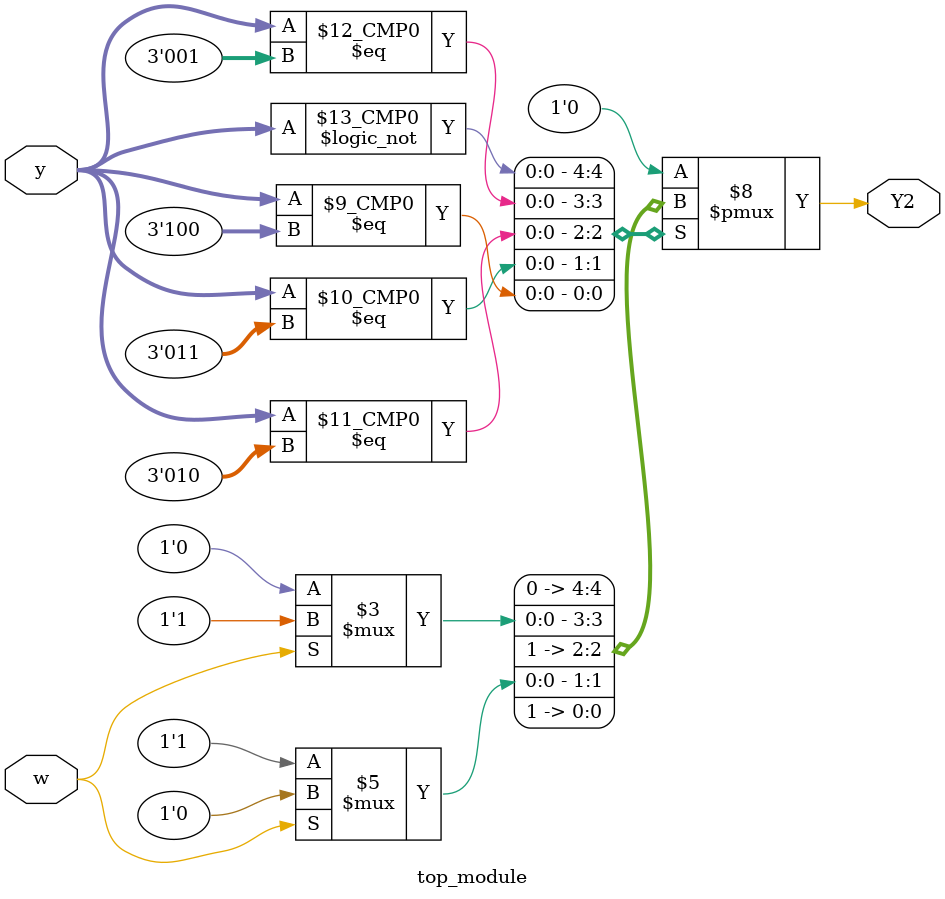
<source format=sv>
module top_module(
	input [3:1] y,
	input w,
	output reg Y2);

	always @(*) begin
		case (y)
			3'b000: Y2 = w ? 1'b0 : 1'b0; // A
			3'b001: Y2 = w ? 1'b1 : 1'b0; // B
			3'b010: Y2 = w ? 1'b1 : 1'b1; // C
			3'b011: Y2 = w ? 1'b0 : 1'b1; // D
			3'b100: Y2 = 1'b1;            // E (w does not matter)
			3'b101: Y2 = 1'b0;            // F (w does not matter)
			default: Y2 = 1'b0;           // default case to avoid latches
		endcase
	end

endmodule

</source>
